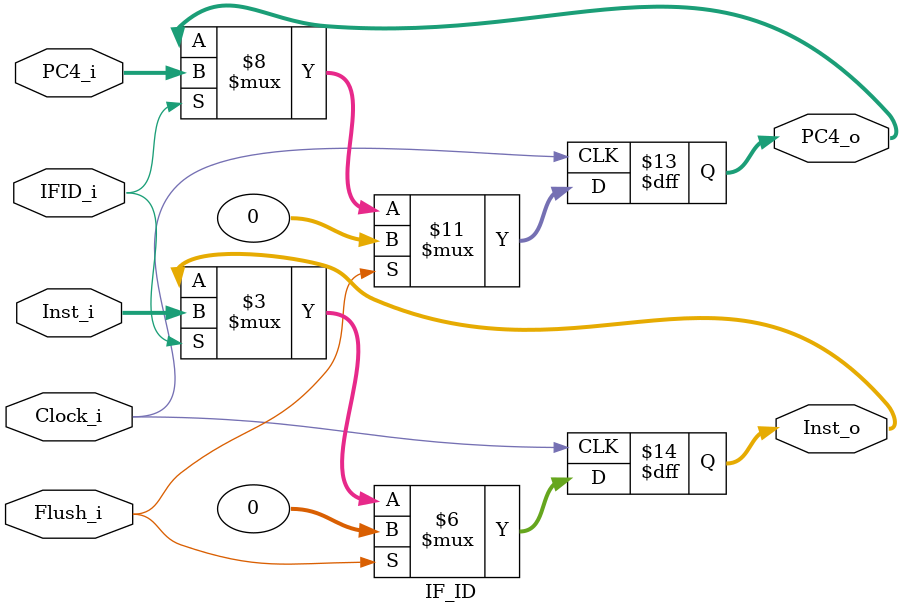
<source format=v>
module IF_ID(
    Flush_i,
    Clock_i,
    IFID_i,
    PC4_i,
    Inst_i,
    PC4_o,
    Inst_o
);

input Flush_i, Clock_i, IFID_i;
input [31:0] PC4_i, Inst_i;
output [31:0] PC4_o, Inst_o;

reg [31:0] PC4_o, Inst_o;

initial begin
    PC4_o = 0;
    Inst_o = 0;
end

always@(posedge Clock_i)
begin
    if(Flush_i)
    begin
        PC4_o <= 0;
        Inst_o <= 0;
    end
    else if(IFID_i)
    begin
        PC4_o <= PC4_i;
        Inst_o <= Inst_i;
    end
end

endmodule
</source>
